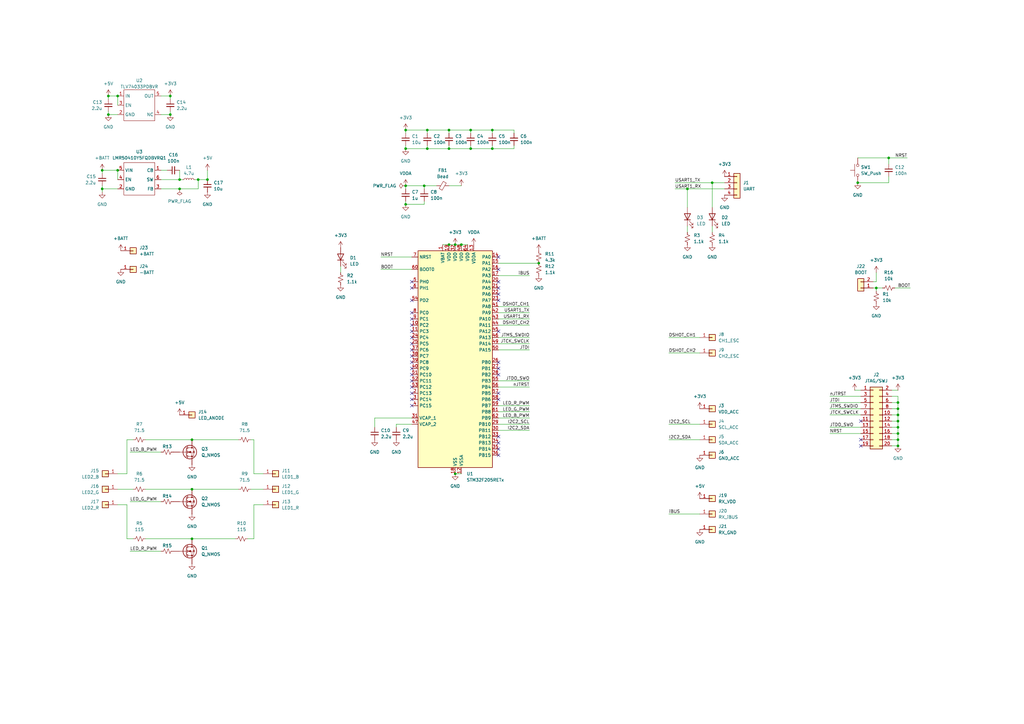
<source format=kicad_sch>
(kicad_sch (version 20250114) (generator "eeschema") (generator_version "9.0")
  (paper "A3")
  (junction (at 166.37 53.34))
  (junction (at 368.3 172.72))
  (junction (at 69.85 46.99))
  (junction (at 193.04 53.34))
  (junction (at 175.26 53.34))
  (junction (at 81.28 73.66))
  (junction (at 186.69 100.33))
  (junction (at 359.41 118.11))
  (junction (at 41.91 77.47))
  (junction (at 281.94 77.47))
  (junction (at 201.93 60.96))
  (junction (at 193.04 60.96))
  (junction (at 184.15 100.33))
  (junction (at 85.09 73.66))
  (junction (at 78.74 200.66))
  (junction (at 166.37 76.2))
  (junction (at 368.3 165.1))
  (junction (at 184.15 60.96))
  (junction (at 364.49 64.77))
  (junction (at 368.3 167.64))
  (junction (at 173.99 76.2))
  (junction (at 41.91 69.85))
  (junction (at 368.3 177.8))
  (junction (at 175.26 60.96))
  (junction (at 48.26 69.85))
  (junction (at 220.98 107.95))
  (junction (at 166.37 83.82))
  (junction (at 69.85 39.37))
  (junction (at 73.66 73.66))
  (junction (at 368.3 175.26))
  (junction (at 78.74 220.98))
  (junction (at 78.74 180.34))
  (junction (at 48.26 39.37))
  (junction (at 44.45 46.99))
  (junction (at 73.66 77.47))
  (junction (at 184.15 53.34))
  (junction (at 351.79 74.93))
  (junction (at 368.3 182.88))
  (junction (at 166.37 60.96))
  (junction (at 201.93 53.34))
  (junction (at 186.69 194.31))
  (junction (at 292.1 74.93))
  (junction (at 368.3 180.34))
  (junction (at 44.45 39.37))
  (junction (at 368.3 170.18))
  (junction (at 189.23 100.33))
  (no_connect (at 204.47 135.89))
  (no_connect (at 204.47 120.65))
  (no_connect (at 204.47 179.07))
  (no_connect (at 168.91 140.97))
  (no_connect (at 168.91 148.59))
  (no_connect (at 168.91 118.11))
  (no_connect (at 204.47 181.61))
  (no_connect (at 168.91 153.67))
  (no_connect (at 353.06 182.88))
  (no_connect (at 168.91 166.37))
  (no_connect (at 204.47 123.19))
  (no_connect (at 168.91 143.51))
  (no_connect (at 204.47 163.83))
  (no_connect (at 204.47 118.11))
  (no_connect (at 204.47 148.59))
  (no_connect (at 168.91 115.57))
  (no_connect (at 204.47 186.69))
  (no_connect (at 204.47 110.49))
  (no_connect (at 204.47 161.29))
  (no_connect (at 204.47 105.41))
  (no_connect (at 168.91 156.21))
  (no_connect (at 168.91 130.81))
  (no_connect (at 168.91 123.19))
  (no_connect (at 168.91 158.75))
  (no_connect (at 204.47 153.67))
  (no_connect (at 204.47 115.57))
  (no_connect (at 168.91 161.29))
  (no_connect (at 168.91 128.27))
  (no_connect (at 168.91 138.43))
  (no_connect (at 353.06 180.34))
  (no_connect (at 168.91 146.05))
  (no_connect (at 204.47 151.13))
  (no_connect (at 353.06 172.72))
  (no_connect (at 168.91 151.13))
  (no_connect (at 168.91 133.35))
  (no_connect (at 204.47 184.15))
  (no_connect (at 168.91 135.89))
  (no_connect (at 168.91 163.83))
  (wire (pts (xy 365.76 182.88) (xy 368.3 182.88)))
  (wire (pts (xy 156.21 110.49) (xy 168.91 110.49)))
  (wire (pts (xy 48.26 39.37) (xy 48.26 43.18)))
  (wire (pts (xy 204.47 168.91) (xy 217.17 168.91)))
  (wire (pts (xy 44.45 46.99) (xy 48.26 46.99)))
  (wire (pts (xy 365.76 172.72) (xy 368.3 172.72)))
  (wire (pts (xy 104.14 194.31) (xy 107.95 194.31)))
  (wire (pts (xy 184.15 53.34) (xy 184.15 54.61)))
  (wire (pts (xy 367.03 118.11) (xy 373.38 118.11)))
  (wire (pts (xy 364.49 64.77) (xy 351.79 64.77)))
  (wire (pts (xy 104.14 207.01) (xy 107.95 207.01)))
  (wire (pts (xy 52.07 220.98) (xy 52.07 207.01)))
  (wire (pts (xy 287.02 144.78) (xy 274.32 144.78)))
  (wire (pts (xy 85.09 69.85) (xy 85.09 73.66)))
  (wire (pts (xy 78.74 180.34) (xy 97.79 180.34)))
  (wire (pts (xy 184.15 76.2) (xy 189.23 76.2)))
  (wire (pts (xy 368.3 180.34) (xy 368.3 182.88)))
  (wire (pts (xy 204.47 130.81) (xy 217.17 130.81)))
  (wire (pts (xy 368.3 160.02) (xy 365.76 160.02)))
  (wire (pts (xy 281.94 85.09) (xy 281.94 77.47)))
  (wire (pts (xy 193.04 53.34) (xy 201.93 53.34)))
  (wire (pts (xy 201.93 60.96) (xy 201.93 59.69)))
  (wire (pts (xy 217.17 138.43) (xy 204.47 138.43)))
  (wire (pts (xy 287.02 138.43) (xy 274.32 138.43)))
  (wire (pts (xy 292.1 74.93) (xy 276.86 74.93)))
  (wire (pts (xy 166.37 53.34) (xy 175.26 53.34)))
  (wire (pts (xy 81.28 73.66) (xy 80.01 73.66)))
  (wire (pts (xy 184.15 53.34) (xy 193.04 53.34)))
  (wire (pts (xy 364.49 72.39) (xy 364.49 74.93)))
  (wire (pts (xy 204.47 171.45) (xy 217.17 171.45)))
  (wire (pts (xy 365.76 177.8) (xy 368.3 177.8)))
  (wire (pts (xy 59.69 220.98) (xy 78.74 220.98)))
  (wire (pts (xy 359.41 118.11) (xy 361.95 118.11)))
  (wire (pts (xy 359.41 111.76) (xy 359.41 115.57)))
  (wire (pts (xy 368.3 177.8) (xy 368.3 180.34)))
  (wire (pts (xy 81.28 77.47) (xy 81.28 73.66)))
  (wire (pts (xy 189.23 100.33) (xy 191.77 100.33)))
  (wire (pts (xy 166.37 76.2) (xy 173.99 76.2)))
  (wire (pts (xy 104.14 180.34) (xy 104.14 194.31)))
  (wire (pts (xy 358.14 118.11) (xy 359.41 118.11)))
  (wire (pts (xy 210.82 54.61) (xy 210.82 53.34)))
  (wire (pts (xy 365.76 162.56) (xy 368.3 162.56)))
  (wire (pts (xy 166.37 60.96) (xy 175.26 60.96)))
  (wire (pts (xy 52.07 180.34) (xy 52.07 194.31)))
  (wire (pts (xy 102.87 200.66) (xy 107.95 200.66)))
  (wire (pts (xy 59.69 180.34) (xy 78.74 180.34)))
  (wire (pts (xy 274.32 180.34) (xy 287.02 180.34)))
  (wire (pts (xy 173.99 76.2) (xy 179.07 76.2)))
  (wire (pts (xy 66.04 185.42) (xy 53.34 185.42)))
  (wire (pts (xy 340.36 177.8) (xy 353.06 177.8)))
  (wire (pts (xy 73.66 77.47) (xy 81.28 77.47)))
  (wire (pts (xy 66.04 73.66) (xy 73.66 73.66)))
  (wire (pts (xy 44.45 45.72) (xy 44.45 46.99)))
  (wire (pts (xy 175.26 60.96) (xy 184.15 60.96)))
  (wire (pts (xy 193.04 53.34) (xy 193.04 54.61)))
  (wire (pts (xy 162.56 175.26) (xy 162.56 173.99)))
  (wire (pts (xy 168.91 171.45) (xy 153.67 171.45)))
  (wire (pts (xy 201.93 53.34) (xy 201.93 54.61)))
  (wire (pts (xy 166.37 60.96) (xy 166.37 59.69)))
  (wire (pts (xy 297.18 74.93) (xy 292.1 74.93)))
  (wire (pts (xy 368.3 172.72) (xy 368.3 175.26)))
  (wire (pts (xy 204.47 113.03) (xy 217.17 113.03)))
  (wire (pts (xy 41.91 76.2) (xy 41.91 77.47)))
  (wire (pts (xy 193.04 60.96) (xy 193.04 59.69)))
  (wire (pts (xy 153.67 171.45) (xy 153.67 175.26)))
  (wire (pts (xy 204.47 128.27) (xy 217.17 128.27)))
  (wire (pts (xy 364.49 64.77) (xy 372.11 64.77)))
  (wire (pts (xy 184.15 100.33) (xy 186.69 100.33)))
  (wire (pts (xy 48.26 194.31) (xy 52.07 194.31)))
  (wire (pts (xy 358.14 115.57) (xy 359.41 115.57)))
  (wire (pts (xy 48.26 69.85) (xy 48.26 73.66)))
  (wire (pts (xy 204.47 166.37) (xy 217.17 166.37)))
  (wire (pts (xy 66.04 205.74) (xy 53.34 205.74)))
  (wire (pts (xy 102.87 180.34) (xy 104.14 180.34)))
  (wire (pts (xy 175.26 53.34) (xy 175.26 54.61)))
  (wire (pts (xy 186.69 100.33) (xy 189.23 100.33)))
  (wire (pts (xy 73.66 69.85) (xy 73.66 73.66)))
  (wire (pts (xy 173.99 76.2) (xy 173.99 77.47)))
  (wire (pts (xy 66.04 39.37) (xy 69.85 39.37)))
  (wire (pts (xy 365.76 167.64) (xy 368.3 167.64)))
  (wire (pts (xy 204.47 125.73) (xy 217.17 125.73)))
  (wire (pts (xy 175.26 60.96) (xy 175.26 59.69)))
  (wire (pts (xy 74.93 73.66) (xy 73.66 73.66)))
  (wire (pts (xy 201.93 60.96) (xy 210.82 60.96)))
  (wire (pts (xy 78.74 200.66) (xy 97.79 200.66)))
  (wire (pts (xy 44.45 39.37) (xy 48.26 39.37)))
  (wire (pts (xy 193.04 60.96) (xy 201.93 60.96)))
  (wire (pts (xy 340.36 162.56) (xy 353.06 162.56)))
  (wire (pts (xy 351.79 74.93) (xy 364.49 74.93)))
  (wire (pts (xy 217.17 176.53) (xy 204.47 176.53)))
  (wire (pts (xy 204.47 133.35) (xy 217.17 133.35)))
  (wire (pts (xy 54.61 180.34) (xy 52.07 180.34)))
  (wire (pts (xy 217.17 143.51) (xy 204.47 143.51)))
  (wire (pts (xy 81.28 73.66) (xy 85.09 73.66)))
  (wire (pts (xy 292.1 74.93) (xy 292.1 85.09)))
  (wire (pts (xy 66.04 77.47) (xy 73.66 77.47)))
  (wire (pts (xy 368.3 167.64) (xy 368.3 170.18)))
  (wire (pts (xy 217.17 173.99) (xy 204.47 173.99)))
  (wire (pts (xy 66.04 226.06) (xy 53.34 226.06)))
  (wire (pts (xy 59.69 200.66) (xy 78.74 200.66)))
  (wire (pts (xy 365.76 180.34) (xy 368.3 180.34)))
  (wire (pts (xy 368.3 170.18) (xy 368.3 172.72)))
  (wire (pts (xy 162.56 173.99) (xy 168.91 173.99)))
  (wire (pts (xy 217.17 156.21) (xy 204.47 156.21)))
  (wire (pts (xy 368.3 175.26) (xy 368.3 177.8)))
  (wire (pts (xy 204.47 158.75) (xy 217.17 158.75)))
  (wire (pts (xy 173.99 83.82) (xy 173.99 82.55)))
  (wire (pts (xy 287.02 210.82) (xy 274.32 210.82)))
  (wire (pts (xy 364.49 64.77) (xy 364.49 67.31)))
  (wire (pts (xy 175.26 53.34) (xy 184.15 53.34)))
  (wire (pts (xy 365.76 175.26) (xy 368.3 175.26)))
  (wire (pts (xy 184.15 60.96) (xy 184.15 59.69)))
  (wire (pts (xy 166.37 53.34) (xy 166.37 54.61)))
  (wire (pts (xy 78.74 220.98) (xy 96.52 220.98)))
  (wire (pts (xy 66.04 46.99) (xy 69.85 46.99)))
  (wire (pts (xy 48.26 200.66) (xy 54.61 200.66)))
  (wire (pts (xy 66.04 69.85) (xy 68.58 69.85)))
  (wire (pts (xy 281.94 77.47) (xy 297.18 77.47)))
  (wire (pts (xy 340.36 175.26) (xy 353.06 175.26)))
  (wire (pts (xy 340.36 170.18) (xy 353.06 170.18)))
  (wire (pts (xy 186.69 194.31) (xy 189.23 194.31)))
  (wire (pts (xy 201.93 53.34) (xy 210.82 53.34)))
  (wire (pts (xy 41.91 77.47) (xy 48.26 77.47)))
  (wire (pts (xy 274.32 173.99) (xy 287.02 173.99)))
  (wire (pts (xy 104.14 220.98) (xy 104.14 207.01)))
  (wire (pts (xy 340.36 165.1) (xy 353.06 165.1)))
  (wire (pts (xy 69.85 39.37) (xy 69.85 40.64)))
  (wire (pts (xy 292.1 95.25) (xy 292.1 92.71)))
  (wire (pts (xy 48.26 207.01) (xy 52.07 207.01)))
  (wire (pts (xy 359.41 119.38) (xy 359.41 118.11)))
  (wire (pts (xy 54.61 220.98) (xy 52.07 220.98)))
  (wire (pts (xy 69.85 46.99) (xy 69.85 45.72)))
  (wire (pts (xy 217.17 140.97) (xy 204.47 140.97)))
  (wire (pts (xy 139.7 109.22) (xy 139.7 111.76)))
  (wire (pts (xy 166.37 83.82) (xy 173.99 83.82)))
  (wire (pts (xy 368.3 162.56) (xy 368.3 165.1)))
  (wire (pts (xy 41.91 71.12) (xy 41.91 69.85)))
  (wire (pts (xy 365.76 165.1) (xy 368.3 165.1)))
  (wire (pts (xy 41.91 69.85) (xy 48.26 69.85)))
  (wire (pts (xy 368.3 165.1) (xy 368.3 167.64)))
  (wire (pts (xy 350.52 160.02) (xy 353.06 160.02)))
  (wire (pts (xy 41.91 78.74) (xy 41.91 77.47)))
  (wire (pts (xy 44.45 39.37) (xy 44.45 40.64)))
  (wire (pts (xy 204.47 107.95) (xy 220.98 107.95)))
  (wire (pts (xy 181.61 100.33) (xy 184.15 100.33)))
  (wire (pts (xy 281.94 95.25) (xy 281.94 92.71)))
  (wire (pts (xy 166.37 77.47) (xy 166.37 76.2)))
  (wire (pts (xy 276.86 77.47) (xy 281.94 77.47)))
  (wire (pts (xy 101.6 220.98) (xy 104.14 220.98)))
  (wire (pts (xy 156.21 105.41) (xy 168.91 105.41)))
  (wire (pts (xy 210.82 59.69) (xy 210.82 60.96)))
  (wire (pts (xy 166.37 83.82) (xy 166.37 82.55)))
  (wire (pts (xy 184.15 60.96) (xy 193.04 60.96)))
  (wire (pts (xy 340.36 167.64) (xy 353.06 167.64)))
  (wire (pts (xy 365.76 170.18) (xy 368.3 170.18)))
  (label "DSHOT_CH2" (at 274.32 144.78 0))
  (label "I2C2_SDA" (at 274.32 180.34 0))
  (label "nJTRST" (at 340.36 162.56 0))
  (label "NRST" (at 372.11 64.77 180))
  (label "JTMS_SWDIO" (at 217.17 138.43 180))
  (label "LED_R_PWM" (at 53.34 226.06 0))
  (label "NRST" (at 340.36 177.8 0))
  (label "I2C2_SCL" (at 274.32 173.99 0))
  (label "I2C2_SDA" (at 217.17 176.53 180))
  (label "LED_R_PWM" (at 217.17 166.37 180))
  (label "LED_B_PWM" (at 53.34 185.42 0))
  (label "iBUS" (at 274.32 210.82 0))
  (label "JTCK_SWCLK" (at 340.36 170.18 0))
  (label "iBUS" (at 217.17 113.03 180))
  (label "LED_G_PWM" (at 53.34 205.74 0))
  (label "JTCK_SWCLK" (at 217.17 140.97 180))
  (label "USART1_RX" (at 217.17 130.81 180))
  (label "JTMS_SWDIO" (at 340.36 167.64 0))
  (label "LED_G_PWM" (at 217.17 168.91 180))
  (label "BOOT" (at 373.38 118.11 180))
  (label "DSHOT_CH1" (at 217.17 125.73 180))
  (label "NRST" (at 156.21 105.41 0))
  (label "nJTRST" (at 217.17 158.75 180))
  (label "DSHOT_CH1" (at 274.32 138.43 0))
  (label "I2C2_SCL" (at 217.17 173.99 180))
  (label "BOOT" (at 156.21 110.49 0))
  (label "JTDO_SWO" (at 217.17 156.21 180))
  (label "JTDO_SWO" (at 340.36 175.26 0))
  (label "JTDI" (at 217.17 143.51 180))
  (label "LED_B_PWM" (at 217.17 171.45 180))
  (label "USART1_TX" (at 276.86 74.93 0))
  (label "USART1_TX" (at 217.17 128.27 180))
  (label "JTDI" (at 340.36 165.1 0))
  (label "DSHOT_CH2" (at 217.17 133.35 180))
  (label "USART1_RX" (at 276.86 77.47 0))
  (symbol (lib_id "power:+5V") (at 44.45 39.37 0) (unit 1)
    (property "Reference" "#PWR036" (effects (hide yes)))
    (property "Value" "+5V" (at 44.45 34.29 0))
    (property "Description" "Power symbol creates a global label with name \"+5V\"" (effects (hide yes)))
  )
  (symbol (lib_id "power:GND") (at 162.56 180.34 0) (unit 1)
    (property "Reference" "#PWR09" (effects (hide yes)))
    (property "Value" "GND" (at 162.56 185.42 0))
    (property "Description" "Power symbol creates a global label with name \"GND\" , ground" (effects (hide yes)))
  )
  (symbol (lib_id "power:+3V3") (at 297.18 72.39 0) (unit 1)
    (property "Reference" "#PWR18" (effects (hide yes)))
    (property "Value" "+3V3" (at 297.18 67.31 0))
    (property "Description" "Power symbol creates a global label with name \"+3V3\"" (effects (hide yes)))
  )
  (symbol (lib_id "power:GND") (at 220.98 113.03 0) (unit 1)
    (property "Reference" "#PWR032" (effects (hide yes)))
    (property "Value" "GND" (at 220.98 118.11 0))
    (property "Description" "Power symbol creates a global label with name \"GND\" , ground" (effects (hide yes)))
  )
  (symbol (lib_id "Device:R_Small_US") (at 281.94 97.79 180) (unit 1)
    (property "Reference" "R3" (at 284.48 96.5199 0) (effects (justify right)))
    (property "Value" "1.1k" (at 284.48 99.0599 0) (effects (justify right)))
    (property "Footprint" "Resistor_SMD:R_0603_1608Metric_Pad0.98x0.95mm_HandSolder" (effects (hide yes)))
    (property "Description" "Resistor, small US symbol" (effects (hide yes)))
  )
  (symbol (lib_id "Device:C_Small") (at 173.99 80.01 0) (unit 1)
    (property "Reference" "C8" (at 176.53 78.7462 0) (effects (justify left)))
    (property "Value" "100n" (at 176.53 81.2862 0) (effects (justify left)))
    (property "Footprint" "Capacitor_SMD:C_0603_1608Metric_Pad1.08x0.95mm_HandSolder" (effects (hide yes)))
    (property "Description" "Unpolarized capacitor, small symbol" (effects (hide yes)))
  )
  (symbol (lib_id "power:GND") (at 139.7 116.84 0) (unit 1)
    (property "Reference" "#PWR012" (effects (hide yes)))
    (property "Value" "GND" (at 139.7 121.92 0))
    (property "Description" "Power symbol creates a global label with name \"GND\" , ground" (effects (hide yes)))
  )
  (symbol (lib_id "Device:C_Small") (at 162.56 177.8 0) (unit 1)
    (property "Reference" "C9" (at 165.1 176.5362 0) (effects (justify left)))
    (property "Value" "2.2u" (at 165.1 179.0762 0) (effects (justify left)))
    (property "Footprint" "Capacitor_SMD:C_0603_1608Metric_Pad1.08x0.95mm_HandSolder" (effects (hide yes)))
    (property "Description" "Unpolarized capacitor, small symbol" (effects (hide yes)))
  )
  (symbol (lib_id "Device:C_Small") (at 201.93 57.15 0) (unit 1)
    (property "Reference" "C5" (at 204.47 55.8862 0) (effects (justify left)))
    (property "Value" "100n" (at 204.47 58.4262 0) (effects (justify left)))
    (property "Footprint" "Capacitor_SMD:C_0603_1608Metric_Pad1.08x0.95mm_HandSolder" (effects (hide yes)))
    (property "Description" "Unpolarized capacitor, small symbol" (effects (hide yes)))
  )
  (symbol (lib_id "power:+3V3") (at 359.41 111.76 0) (unit 1)
    (property "Reference" "#PWR15" (effects (hide yes)))
    (property "Value" "+3V3" (at 359.41 106.68 0))
    (property "Description" "Power symbol creates a global label with name \"+3V3\"" (effects (hide yes)))
  )
  (symbol (lib_id "Connector_Generic:Conn_01x01") (at 292.1 210.82 0) (unit 1)
    (property "Reference" "J20" (at 294.64 209.5499 0) (effects (justify left)))
    (property "Value" "RX_iBUS" (at 294.64 212.0899 0) (effects (justify left)))
    (property "Footprint" "TestPoint:TestPoint_Pad_4.0x4.0mm" (effects (hide yes)))
    (property "Description" "Generic connector, single row, 01x01, script generated (kicad-library-utils/schlib/autogen/connector/)" (effects (hide yes)))
  )
  (symbol (lib_id "power:+BATT") (at 41.91 69.85 0) (unit 1)
    (property "Reference" "#PWR039" (effects (hide yes)))
    (property "Value" "+BATT" (at 41.91 64.77 0))
    (property "Description" "Power symbol creates a global label with name \"+BATT\"" (effects (hide yes)))
  )
  (symbol (lib_id "power:GND") (at 287.02 186.69 0) (unit 1)
    (property "Reference" "#PWR029" (effects (hide yes)))
    (property "Value" "GND" (at 287.02 191.77 0))
    (property "Description" "Power symbol creates a global label with name \"GND\" , ground" (effects (hide yes)))
  )
  (symbol (lib_id "power:GND") (at 78.74 190.5 0) (unit 1)
    (property "Reference" "#PWR028" (effects (hide yes)))
    (property "Value" "GND" (at 78.74 195.58 0))
    (property "Description" "Power symbol creates a global label with name \"GND\" , ground" (effects (hide yes)))
  )
  (symbol (lib_id "Connector_Generic:Conn_01x01") (at 78.74 170.18 0) (unit 1)
    (property "Reference" "J14" (at 81.28 168.9099 0) (effects (justify left)))
    (property "Value" "LED_ANODE" (at 81.28 171.4499 0) (effects (justify left)))
    (property "Footprint" "TestPoint:TestPoint_Pad_4.0x4.0mm" (effects (hide yes)))
    (property "Description" "Generic connector, single row, 01x01, script generated (kicad-library-utils/schlib/autogen/connector/)" (effects (hide yes)))
  )
  (symbol (lib_id "Device:R_Small_US") (at 99.06 220.98 270) (unit 1)
    (property "Reference" "R10" (at 99.06 214.63 90))
    (property "Value" "115" (at 99.06 217.17 90))
    (property "Footprint" "Resistor_SMD:R_0603_1608Metric_Pad0.98x0.95mm_HandSolder" (effects (hide yes)))
    (property "Description" "Resistor, small US symbol" (effects (hide yes)))
  )
  (symbol (lib_id "MCU_ST_STM32F2:STM32F205RETx") (at 186.69 148.59 0) (unit 1)
    (property "Reference" "U1" (at 191.3733 194.31 0) (effects (justify left)))
    (property "Value" "STM32F205RETx" (at 191.3733 196.85 0) (effects (justify left)))
    (property "Footprint" "Package_QFP:LQFP-64_10x10mm_P0.5mm" (effects (hide yes)))
    (property "Datasheet" "https://www.st.com/resource/en/datasheet/stm32f205re.pdf" (effects (hide yes)))
    (property "Description" "STMicroelectronics Arm Cortex-M3 MCU, 512KB flash, 128KB RAM, 120 MHz, 1.8-3.6V, 51 GPIO, LQFP64" (effects (hide yes)))
  )
  (symbol (lib_id "Device:C_Small") (at 85.09 76.2 0) (unit 1)
    (property "Reference" "C17" (at 87.63 74.9362 0) (effects (justify left)))
    (property "Value" "10u" (at 87.63 77.4762 0) (effects (justify left)))
    (property "Footprint" "Capacitor_SMD:C_0603_1608Metric_Pad1.08x0.95mm_HandSolder" (effects (hide yes)))
    (property "Description" "Unpolarized capacitor, small symbol" (effects (hide yes)))
  )
  (symbol (lib_id "Connector_Generic:Conn_01x01") (at 292.1 186.69 0) (unit 1)
    (property "Reference" "J6" (at 294.64 185.4199 0) (effects (justify left)))
    (property "Value" "GND_ACC" (at 294.64 187.9599 0) (effects (justify left)))
    (property "Footprint" "TestPoint:TestPoint_Pad_4.0x4.0mm" (effects (hide yes)))
    (property "Description" "Generic connector, single row, 01x01, script generated (kicad-library-utils/schlib/autogen/connector/)" (effects (hide yes)))
  )
  (symbol (lib_id "Connector_Generic:Conn_01x01") (at 292.1 180.34 0) (unit 1)
    (property "Reference" "J5" (at 294.64 179.0699 0) (effects (justify left)))
    (property "Value" "SDA_ACC" (at 294.64 181.6099 0) (effects (justify left)))
    (property "Footprint" "TestPoint:TestPoint_Pad_4.0x4.0mm" (effects (hide yes)))
    (property "Description" "Generic connector, single row, 01x01, script generated (kicad-library-utils/schlib/autogen/connector/)" (effects (hide yes)))
  )
  (symbol (lib_id "Device:C_Small") (at 175.26 57.15 0) (unit 1)
    (property "Reference" "C2" (at 177.8 55.8862 0) (effects (justify left)))
    (property "Value" "100n" (at 177.8 58.4262 0) (effects (justify left)))
    (property "Footprint" "Capacitor_SMD:C_0603_1608Metric_Pad1.08x0.95mm_HandSolder" (effects (hide yes)))
    (property "Description" "Unpolarized capacitor, small symbol" (effects (hide yes)))
  )
  (symbol (lib_id "power:GND") (at 153.67 180.34 0) (unit 1)
    (property "Reference" "#PWR010" (effects (hide yes)))
    (property "Value" "GND" (at 153.67 185.42 0))
    (property "Description" "Power symbol creates a global label with name \"GND\" , ground" (effects (hide yes)))
  )
  (symbol (lib_id "Connector_Generic:Conn_01x01") (at 113.03 207.01 0) (unit 1)
    (property "Reference" "J13" (at 115.57 205.7399 0) (effects (justify left)))
    (property "Value" "LED1_R" (at 115.57 208.2799 0) (effects (justify left)))
    (property "Footprint" "TestPoint:TestPoint_Pad_4.0x4.0mm" (effects (hide yes)))
    (property "Description" "Generic connector, single row, 01x01, script generated (kicad-library-utils/schlib/autogen/connector/)" (effects (hide yes)))
  )
  (symbol (lib_id "power:GND") (at 85.09 78.74 0) (unit 1)
    (property "Reference" "#PWR044" (effects (hide yes)))
    (property "Value" "GND" (at 85.09 83.82 0))
    (property "Description" "Power symbol creates a global label with name \"GND\" , ground" (effects (hide yes)))
  )
  (symbol (lib_id "Device:R_Small_US") (at 68.58 205.74 270) (unit 1)
    (property "Reference" "R14" (at 68.58 203.454 90))
    (property "Value" "~" (at 68.58 203.2 90))
    (property "Footprint" "Resistor_SMD:R_0603_1608Metric_Pad0.98x0.95mm_HandSolder" (effects (hide yes)))
    (property "Description" "Resistor, small US symbol" (effects (hide yes)))
  )
  (symbol (lib_id "Connector_Generic:Conn_01x01") (at 292.1 204.47 0) (unit 1)
    (property "Reference" "J19" (at 294.64 203.1999 0) (effects (justify left)))
    (property "Value" "RX_VDD" (at 294.64 205.7399 0) (effects (justify left)))
    (property "Footprint" "TestPoint:TestPoint_Pad_4.0x4.0mm" (effects (hide yes)))
    (property "Description" "Generic connector, single row, 01x01, script generated (kicad-library-utils/schlib/autogen/connector/)" (effects (hide yes)))
  )
  (symbol (lib_id "power:+3V3") (at 189.23 76.2 0) (unit 1)
    (property "Reference" "#PWR8" (effects (hide yes)))
    (property "Value" "+3V3" (at 189.23 71.12 0))
    (property "Description" "Power symbol creates a global label with name \"+3V3\"" (effects (hide yes)))
  )
  (symbol (lib_id "power:GND") (at 78.74 231.14 0) (unit 1)
    (property "Reference" "#PWR026" (effects (hide yes)))
    (property "Value" "GND" (at 78.74 236.22 0))
    (property "Description" "Power symbol creates a global label with name \"GND\" , ground" (effects (hide yes)))
  )
  (symbol (lib_id "Device:FerriteBead_Small") (at 181.61 76.2 90) (unit 1)
    (property "Reference" "FB1" (at 181.5719 69.85 90))
    (property "Value" "Bead" (at 181.5719 72.39 90))
    (property "Footprint" "Inductor_SMD:L_0603_1608Metric_Pad1.05x0.95mm_HandSolder" (effects (hide yes)))
    (property "Description" "Ferrite bead, small symbol" (effects (hide yes)))
  )
  (symbol (lib_id "Connector_Generic:Conn_02x10_Odd_Even") (at 358.14 170.18 0) (unit 1)
    (property "Reference" "J2" (at 359.41 153.67 0))
    (property "Value" "JTAG/SWJ" (at 359.41 156.21 0))
    (property "Footprint" "Connector_Wuerth:Wuerth_WR-BHD_61202021621_P2.54mm_Vertical" (effects (hide yes)))
    (property "Description" "Generic connector, double row, 02x10, odd/even pin numbering scheme (row 1 odd numbers, row 2 even numbers), script generated (kicad-library-utils/schlib/autogen/connector/)" (effects (hide yes)))
  )
  (symbol (lib_id "power:PWR_FLAG") (at 73.66 77.47 180) (unit 1)
    (property "Reference" "#FLG01" (effects (hide yes)))
    (property "Value" "PWR_FLAG" (at 73.66 82.55 0))
    (property "Description" "Special symbol for telling ERC where power comes from" (effects (hide yes)))
  )
  (symbol (lib_id "Device:R_Small_US") (at 364.49 118.11 270) (unit 1)
    (property "Reference" "R16" (at 364.49 111.76 90))
    (property "Value" "10k" (at 364.49 114.3 90))
    (property "Footprint" "Resistor_SMD:R_0603_1608Metric_Pad0.98x0.95mm_HandSolder" (effects (hide yes)))
    (property "Description" "Resistor, small US symbol" (effects (hide yes)))
  )
  (symbol (lib_id "Connector_Generic:Conn_01x01") (at 43.18 207.01 0) (mirror y) (unit 1)
    (property "Reference" "J17" (at 40.64 205.7399 0) (effects (justify left)))
    (property "Value" "LED2_R" (at 40.64 208.2799 0) (effects (justify left)))
    (property "Footprint" "TestPoint:TestPoint_Pad_4.0x4.0mm" (effects (hide yes)))
    (property "Description" "Generic connector, single row, 01x01, script generated (kicad-library-utils/schlib/autogen/connector/)" (effects (hide yes)))
  )
  (symbol (lib_id "power:GND") (at 359.41 124.46 0) (unit 1)
    (property "Reference" "#PWR016" (effects (hide yes)))
    (property "Value" "GND" (at 359.41 129.54 0))
    (property "Description" "Power symbol creates a global label with name \"GND\" , ground" (effects (hide yes)))
  )
  (symbol (lib_id "Device:C_Small") (at 184.15 57.15 0) (unit 1)
    (property "Reference" "C3" (at 186.69 55.8862 0) (effects (justify left)))
    (property "Value" "100n" (at 186.69 58.4262 0) (effects (justify left)))
    (property "Footprint" "Capacitor_SMD:C_0603_1608Metric_Pad1.08x0.95mm_HandSolder" (effects (hide yes)))
    (property "Description" "Unpolarized capacitor, small symbol" (effects (hide yes)))
  )
  (symbol (lib_id "power:+5V") (at 85.09 69.85 0) (unit 1)
    (property "Reference" "#PWR040" (effects (hide yes)))
    (property "Value" "+5V" (at 85.09 64.77 0))
    (property "Description" "Power symbol creates a global label with name \"+5V\"" (effects (hide yes)))
  )
  (symbol (lib_id "Connector_Generic:Conn_01x01") (at 54.61 102.87 0) (unit 1)
    (property "Reference" "J23" (at 57.15 101.5999 0) (effects (justify left)))
    (property "Value" "+BATT" (at 57.15 104.1399 0) (effects (justify left)))
    (property "Footprint" "TestPoint:TestPoint_Pad_4.0x4.0mm" (effects (hide yes)))
    (property "Description" "Generic connector, single row, 01x01, script generated (kicad-library-utils/schlib/autogen/connector/)" (effects (hide yes)))
  )
  (symbol (lib_id "power:GND") (at 166.37 83.82 0) (unit 1)
    (property "Reference" "#PWR07" (effects (hide yes)))
    (property "Value" "GND" (at 166.37 88.9 0))
    (property "Description" "Power symbol creates a global label with name \"GND\" , ground" (effects (hide yes)))
  )
  (symbol (lib_id "Device:R_Small_US") (at 359.41 121.92 180) (unit 1)
    (property "Reference" "R1" (at 361.95 120.6499 0) (effects (justify right)))
    (property "Value" "10k" (at 361.95 123.1899 0) (effects (justify right)))
    (property "Footprint" "Resistor_SMD:R_0603_1608Metric_Pad0.98x0.95mm_HandSolder" (effects (hide yes)))
    (property "Description" "Resistor, small US symbol" (effects (hide yes)))
  )
  (symbol (lib_id "Device:C_Small") (at 166.37 80.01 0) (unit 1)
    (property "Reference" "C7" (at 168.91 78.7462 0) (effects (justify left)))
    (property "Value" "1u" (at 168.91 81.2862 0) (effects (justify left)))
    (property "Footprint" "Capacitor_SMD:C_0603_1608Metric_Pad1.08x0.95mm_HandSolder" (effects (hide yes)))
    (property "Description" "Unpolarized capacitor, small symbol" (effects (hide yes)))
  )
  (symbol (lib_id "power:+3V3") (at 350.52 160.02 0) (unit 1)
    (property "Reference" "#PWR19" (effects (hide yes)))
    (property "Value" "+3V3" (at 350.52 154.94 0))
    (property "Description" "Power symbol creates a global label with name \"+3V3\"" (effects (hide yes)))
  )
  (symbol (lib_id "Device:R_Small_US") (at 139.7 114.3 180) (unit 1)
    (property "Reference" "R2" (at 142.24 113.0299 0) (effects (justify right)))
    (property "Value" "1.1k" (at 142.24 115.5699 0) (effects (justify right)))
    (property "Footprint" "Resistor_SMD:R_0603_1608Metric_Pad0.98x0.95mm_HandSolder" (effects (hide yes)))
    (property "Description" "Resistor, small US symbol" (effects (hide yes)))
  )
  (symbol (lib_id "Device:LED") (at 292.1 88.9 90) (unit 1)
    (property "Reference" "D2" (at 295.91 89.2174 90) (effects (justify right)))
    (property "Value" "LED" (at 295.91 91.7574 90) (effects (justify right)))
    (property "Footprint" "Diode_SMD:D_0603_1608Metric_Pad1.05x0.95mm_HandSolder" (effects (hide yes)))
    (property "Description" "Light emitting diode" (effects (hide yes)))
  )
  (symbol (lib_id "power:GND") (at 69.85 46.99 0) (unit 1)
    (property "Reference" "#PWR042" (effects (hide yes)))
    (property "Value" "GND" (at 69.85 52.07 0))
    (property "Description" "Power symbol creates a global label with name \"GND\" , ground" (effects (hide yes)))
  )
  (symbol (lib_id "Device:L_Small") (at 77.47 73.66 90) (unit 1)
    (property "Reference" "L1" (at 77.47 68.58 90))
    (property "Value" "4.7u" (at 77.47 71.12 90))
    (property "Footprint" "Inductor_SMD:L_1008_2520Metric_Pad1.43x2.20mm_HandSolder" (effects (hide yes)))
    (property "Description" "Inductor, small symbol" (effects (hide yes)))
  )
  (symbol (lib_id "Device:R_Small_US") (at 220.98 105.41 180) (unit 1)
    (property "Reference" "R11" (at 223.52 104.1399 0) (effects (justify right)))
    (property "Value" "4.3k" (at 223.52 106.6799 0) (effects (justify right)))
    (property "Footprint" "Resistor_SMD:R_0603_1608Metric_Pad0.98x0.95mm_HandSolder" (effects (hide yes)))
    (property "Description" "Resistor, small US symbol" (effects (hide yes)))
  )
  (symbol (lib_id "power:+5V") (at 287.02 204.47 0) (unit 1)
    (property "Reference" "#PWR034" (effects (hide yes)))
    (property "Value" "+5V" (at 287.02 199.39 0))
    (property "Description" "Power symbol creates a global label with name \"+5V\"" (effects (hide yes)))
  )
  (symbol (lib_id "Connector_Generic:Conn_01x01") (at 292.1 138.43 0) (unit 1)
    (property "Reference" "J8" (at 294.64 137.1599 0) (effects (justify left)))
    (property "Value" "CH1_ESC" (at 294.64 139.6999 0) (effects (justify left)))
    (property "Footprint" "TestPoint:TestPoint_Pad_4.0x4.0mm" (effects (hide yes)))
    (property "Description" "Generic connector, single row, 01x01, script generated (kicad-library-utils/schlib/autogen/connector/)" (effects (hide yes)))
  )
  (symbol (lib_name "Q_NMOS_1") (lib_id "Device:Q_NMOS") (at 76.2 226.06 0) (unit 1)
    (property "Reference" "Q1" (at 82.55 224.7899 0) (effects (justify left)))
    (property "Value" "Q_NMOS" (at 82.55 227.3299 0) (effects (justify left)))
    (property "Footprint" "Package_TO_SOT_SMD:SOT-23" (effects (hide yes)))
    (property "Description" "N-MOSFET transistor" (effects (hide yes)))
  )
  (symbol (lib_id "power:GND") (at 351.79 74.93 0) (unit 1)
    (property "Reference" "#PWR014" (effects (hide yes)))
    (property "Value" "GND" (at 351.79 80.01 0))
    (property "Description" "Power symbol creates a global label with name \"GND\" , ground" (effects (hide yes)))
  )
  (symbol (lib_id "power:GND") (at 49.53 110.49 0) (unit 1)
    (property "Reference" "#PWR048" (effects (hide yes)))
    (property "Value" "GND" (at 49.53 115.57 0))
    (property "Description" "Power symbol creates a global label with name \"GND\" , ground" (effects (hide yes)))
  )
  (symbol (lib_id "power:+3V3") (at 287.02 167.64 0) (unit 1)
    (property "Reference" "#PWR25" (effects (hide yes)))
    (property "Value" "+3V3" (at 287.02 162.56 0))
    (property "Description" "Power symbol creates a global label with name \"+3V3\"" (effects (hide yes)))
  )
  (symbol (lib_id "Device:R_Small_US") (at 100.33 180.34 270) (unit 1)
    (property "Reference" "R8" (at 100.33 173.99 90))
    (property "Value" "71.5" (at 100.33 176.53 90))
    (property "Footprint" "Resistor_SMD:R_0603_1608Metric_Pad0.98x0.95mm_HandSolder" (effects (hide yes)))
    (property "Description" "Resistor, small US symbol" (effects (hide yes)))
  )
  (symbol (lib_id "power:GND") (at 41.91 78.74 0) (unit 1)
    (property "Reference" "#PWR043" (effects (hide yes)))
    (property "Value" "GND" (at 41.91 83.82 0))
    (property "Description" "Power symbol creates a global label with name \"GND\" , ground" (effects (hide yes)))
  )
  (symbol (lib_id "power:GND") (at 297.18 80.01 0) (unit 1)
    (property "Reference" "#PWR017" (effects (hide yes)))
    (property "Value" "GND" (at 297.18 85.09 0))
    (property "Description" "Power symbol creates a global label with name \"GND\" , ground" (effects (hide yes)))
  )
  (symbol (lib_id "power:GND") (at 44.45 46.99 0) (unit 1)
    (property "Reference" "#PWR037" (effects (hide yes)))
    (property "Value" "GND" (at 44.45 52.07 0))
    (property "Description" "Power symbol creates a global label with name \"GND\" , ground" (effects (hide yes)))
  )
  (symbol (lib_id "power:GND") (at 78.74 210.82 0) (unit 1)
    (property "Reference" "#PWR027" (effects (hide yes)))
    (property "Value" "GND" (at 78.74 215.9 0))
    (property "Description" "Power symbol creates a global label with name \"GND\" , ground" (effects (hide yes)))
  )
  (symbol (lib_id "Connector_Generic:Conn_01x01") (at 292.1 144.78 0) (unit 1)
    (property "Reference" "J9" (at 294.64 143.5099 0) (effects (justify left)))
    (property "Value" "CH2_ESC" (at 294.64 146.0499 0) (effects (justify left)))
    (property "Footprint" "TestPoint:TestPoint_Pad_4.0x4.0mm" (effects (hide yes)))
    (property "Description" "Generic connector, single row, 01x01, script generated (kicad-library-utils/schlib/autogen/connector/)" (effects (hide yes)))
  )
  (symbol (lib_id "Device:C_Small") (at 41.91 73.66 0) (mirror y) (unit 1)
    (property "Reference" "C15" (at 39.37 72.3962 0) (effects (justify left)))
    (property "Value" "2.2u" (at 39.37 74.9362 0) (effects (justify left)))
    (property "Footprint" "Capacitor_SMD:C_0603_1608Metric_Pad1.08x0.95mm_HandSolder" (effects (hide yes)))
    (property "Description" "Unpolarized capacitor, small symbol" (effects (hide yes)))
  )
  (symbol (lib_name "Q_NMOS_1") (lib_id "Device:Q_NMOS") (at 76.2 205.74 0) (unit 1)
    (property "Reference" "Q2" (at 82.55 204.4699 0) (effects (justify left)))
    (property "Value" "Q_NMOS" (at 82.55 207.0099 0) (effects (justify left)))
    (property "Footprint" "Package_TO_SOT_SMD:SOT-23" (effects (hide yes)))
    (property "Description" "N-MOSFET transistor" (effects (hide yes)))
  )
  (symbol (lib_id "Device:C_Small") (at 364.49 69.85 0) (unit 1)
    (property "Reference" "C12" (at 367.03 68.5862 0) (effects (justify left)))
    (property "Value" "100n" (at 367.03 71.1262 0) (effects (justify left)))
    (property "Footprint" "Capacitor_SMD:C_0603_1608Metric_Pad1.08x0.95mm_HandSolder" (effects (hide yes)))
    (property "Description" "Unpolarized capacitor, small symbol" (effects (hide yes)))
  )
  (symbol (lib_id "Connector_Generic:Conn_01x01") (at 292.1 173.99 0) (unit 1)
    (property "Reference" "J4" (at 294.64 172.7199 0) (effects (justify left)))
    (property "Value" "SCL_ACC" (at 294.64 175.2599 0) (effects (justify left)))
    (property "Footprint" "TestPoint:TestPoint_Pad_4.0x4.0mm" (effects (hide yes)))
    (property "Description" "Generic connector, single row, 01x01, script generated (kicad-library-utils/schlib/autogen/connector/)" (effects (hide yes)))
  )
  (symbol (lib_id "power:+3V3") (at 186.69 100.33 0) (unit 1)
    (property "Reference" "#PWR1" (effects (hide yes)))
    (property "Value" "+3V3" (at 186.69 95.25 0))
    (property "Description" "Power symbol creates a global label with name \"+3V3\"" (effects (hide yes)))
  )
  (symbol (lib_id "power:VDDA") (at 194.31 100.33 0) (unit 1)
    (property "Reference" "#PWR031" (effects (hide yes)))
    (property "Value" "VDDA" (at 194.31 95.25 0))
    (property "Description" "Power symbol creates a global label with name \"VDDA\"" (effects (hide yes)))
  )
  (symbol (lib_id "Connector_Generic:Conn_01x04") (at 302.26 74.93 0) (unit 1)
    (property "Reference" "J1" (at 304.8 74.9299 0) (effects (justify left)))
    (property "Value" "UART" (at 304.8 77.4699 0) (effects (justify left)))
    (property "Footprint" "Connector_PinHeader_2.54mm:PinHeader_1x04_P2.54mm_Vertical" (effects (hide yes)))
    (property "Description" "Generic connector, single row, 01x04, script generated (kicad-library-utils/schlib/autogen/connector/)" (effects (hide yes)))
  )
  (symbol (lib_id "Device:R_Small_US") (at 292.1 97.79 180) (unit 1)
    (property "Reference" "R4" (at 294.64 96.5199 0) (effects (justify right)))
    (property "Value" "1.1k" (at 294.64 99.0599 0) (effects (justify right)))
    (property "Footprint" "Resistor_SMD:R_0603_1608Metric_Pad0.98x0.95mm_HandSolder" (effects (hide yes)))
    (property "Description" "Resistor, small US symbol" (effects (hide yes)))
  )
  (symbol (lib_id "Device:R_Small_US") (at 57.15 220.98 270) (unit 1)
    (property "Reference" "R5" (at 57.15 214.63 90))
    (property "Value" "115" (at 57.15 217.17 90))
    (property "Footprint" "Resistor_SMD:R_0603_1608Metric_Pad0.98x0.95mm_HandSolder" (effects (hide yes)))
    (property "Description" "Resistor, small US symbol" (effects (hide yes)))
  )
  (symbol (lib_id "power:GND") (at 166.37 60.96 0) (unit 1)
    (property "Reference" "#PWR05" (effects (hide yes)))
    (property "Value" "GND" (at 166.37 66.04 0))
    (property "Description" "Power symbol creates a global label with name \"GND\" , ground" (effects (hide yes)))
  )
  (symbol (lib_id "power:GND") (at 287.02 217.17 0) (unit 1)
    (property "Reference" "#PWR035" (effects (hide yes)))
    (property "Value" "GND" (at 287.02 222.25 0))
    (property "Description" "Power symbol creates a global label with name \"GND\" , ground" (effects (hide yes)))
  )
  (symbol (lib_id "Regulator_Switching:LMR50410Y5FQDBVRQ1") (at 57.15 71.12 0) (unit 1)
    (property "Reference" "U3" (at 57.15 62.23 0))
    (property "Value" "LMR50410Y5FQDBVRQ1" (at 57.15 64.77 0))
    (property "Footprint" "Package_TO_SOT_SMD:SOT-23-6_Handsoldering" (effects (hide yes)))
  )
  (symbol (lib_id "power:PWR_FLAG") (at 166.37 76.2 90) (unit 1)
    (property "Reference" "#FLG02" (effects (hide yes)))
    (property "Value" "PWR_FLAG" (at 162.56 76.1999 90) (effects (justify left)))
    (property "Description" "Special symbol for telling ERC where power comes from" (effects (hide yes)))
  )
  (symbol (lib_id "power:GND") (at 292.1 100.33 0) (unit 1)
    (property "Reference" "#PWR022" (effects (hide yes)))
    (property "Value" "GND" (at 292.1 105.41 0))
    (property "Description" "Power symbol creates a global label with name \"GND\" , ground" (effects (hide yes)))
  )
  (symbol (lib_id "Device:C_Small") (at 153.67 177.8 0) (unit 1)
    (property "Reference" "C10" (at 156.21 176.5362 0) (effects (justify left)))
    (property "Value" "2.2u" (at 156.21 179.0762 0) (effects (justify left)))
    (property "Footprint" "Capacitor_SMD:C_0603_1608Metric_Pad1.08x0.95mm_HandSolder" (effects (hide yes)))
    (property "Description" "Unpolarized capacitor, small symbol" (effects (hide yes)))
  )
  (symbol (lib_id "Connector_Generic:Conn_01x01") (at 292.1 217.17 0) (unit 1)
    (property "Reference" "J21" (at 294.64 215.8999 0) (effects (justify left)))
    (property "Value" "RX_GND" (at 294.64 218.4399 0) (effects (justify left)))
    (property "Footprint" "TestPoint:TestPoint_Pad_4.0x4.0mm" (effects (hide yes)))
    (property "Description" "Generic connector, single row, 01x01, script generated (kicad-library-utils/schlib/autogen/connector/)" (effects (hide yes)))
  )
  (symbol (lib_id "power:VDDA") (at 166.37 76.2 0) (unit 1)
    (property "Reference" "#PWR024" (effects (hide yes)))
    (property "Value" "VDDA" (at 166.37 71.12 0))
    (property "Description" "Power symbol creates a global label with name \"VDDA\"" (effects (hide yes)))
  )
  (symbol (lib_id "Switch:SW_Push") (at 351.79 69.85 90) (unit 1)
    (property "Reference" "SW1" (at 353.06 68.5799 90) (effects (justify right)))
    (property "Value" "SW_Push" (at 353.06 71.1199 90) (effects (justify right)))
    (property "Footprint" "Button_Switch_THT:SW_PUSH_6mm" (effects (hide yes)))
    (property "Description" "Push button switch, generic, two pins" (effects (hide yes)))
  )
  (symbol (lib_id "Device:C_Small") (at 210.82 57.15 180) (unit 1)
    (property "Reference" "C6" (at 213.36 55.8735 0) (effects (justify right)))
    (property "Value" "100n" (at 213.36 58.4135 0) (effects (justify right)))
    (property "Footprint" "Capacitor_SMD:C_0603_1608Metric_Pad1.08x0.95mm_HandSolder" (effects (hide yes)))
    (property "Description" "Unpolarized capacitor, small symbol" (effects (hide yes)))
  )
  (symbol (lib_id "Connector_Generic:Conn_01x01") (at 292.1 167.64 0) (unit 1)
    (property "Reference" "J3" (at 294.64 166.3699 0) (effects (justify left)))
    (property "Value" "VDD_ACC" (at 294.64 168.9099 0) (effects (justify left)))
    (property "Footprint" "TestPoint:TestPoint_Pad_4.0x4.0mm" (effects (hide yes)))
    (property "Description" "Generic connector, single row, 01x01, script generated (kicad-library-utils/schlib/autogen/connector/)" (effects (hide yes)))
  )
  (symbol (lib_id "Device:R_Small_US") (at 57.15 200.66 270) (unit 1)
    (property "Reference" "R6" (at 57.15 194.31 90))
    (property "Value" "71.5" (at 57.15 196.85 90))
    (property "Footprint" "Resistor_SMD:R_0603_1608Metric_Pad0.98x0.95mm_HandSolder" (effects (hide yes)))
    (property "Description" "Resistor, small US symbol" (effects (hide yes)))
  )
  (symbol (lib_id "power:+BATT") (at 220.98 102.87 0) (unit 1)
    (property "Reference" "#PWR033" (effects (hide yes)))
    (property "Value" "+BATT" (at 220.98 97.79 0))
    (property "Description" "Power symbol creates a global label with name \"+BATT\"" (effects (hide yes)))
  )
  (symbol (lib_id "Device:C_Small") (at 69.85 43.18 0) (unit 1)
    (property "Reference" "C14" (at 72.39 41.9162 0) (effects (justify left)))
    (property "Value" "2.2u" (at 72.39 44.4562 0) (effects (justify left)))
    (property "Footprint" "Capacitor_SMD:C_0603_1608Metric_Pad1.08x0.95mm_HandSolder" (effects (hide yes)))
    (property "Description" "Unpolarized capacitor, small symbol" (effects (hide yes)))
  )
  (symbol (lib_id "Device:R_Small_US") (at 68.58 185.42 270) (unit 1)
    (property "Reference" "R13" (at 68.58 183.134 90))
    (property "Value" "~" (at 68.58 182.88 90))
    (property "Footprint" "Resistor_SMD:R_0603_1608Metric_Pad0.98x0.95mm_HandSolder" (effects (hide yes)))
    (property "Description" "Resistor, small US symbol" (effects (hide yes)))
  )
  (symbol (lib_id "Device:C_Small") (at 166.37 57.15 0) (unit 1)
    (property "Reference" "C1" (at 168.91 55.8862 0) (effects (justify left)))
    (property "Value" "10u" (at 168.91 58.4262 0) (effects (justify left)))
    (property "Footprint" "Capacitor_SMD:C_0603_1608Metric_Pad1.08x0.95mm_HandSolder" (effects (hide yes)))
    (property "Description" "Unpolarized capacitor, small symbol" (effects (hide yes)))
  )
  (symbol (lib_id "Regulator_Linear:TLV74033PDBVR") (at 57.15 43.18 0) (unit 1)
    (property "Reference" "U2" (at 57.15 33.02 0))
    (property "Value" "TLV74033PDBVR" (at 57.15 35.56 0))
    (property "Footprint" "Package_TO_SOT_SMD:SOT-23-5" (effects (hide yes)))
  )
  (symbol (lib_id "power:+3V3") (at 368.3 160.02 0) (unit 1)
    (property "Reference" "#PWR20" (effects (hide yes)))
    (property "Value" "+3V3" (at 368.3 154.94 0))
    (property "Description" "Power symbol creates a global label with name \"+3V3\"" (effects (hide yes)))
  )
  (symbol (lib_id "power:+BATT") (at 49.53 102.87 0) (unit 1)
    (property "Reference" "#PWR047" (effects (hide yes)))
    (property "Value" "+BATT" (at 49.53 97.79 0))
    (property "Description" "Power symbol creates a global label with name \"+BATT\"" (effects (hide yes)))
  )
  (symbol (lib_id "Device:R_Small_US") (at 220.98 110.49 180) (unit 1)
    (property "Reference" "R12" (at 223.52 109.2199 0) (effects (justify right)))
    (property "Value" "1.1k" (at 223.52 111.7599 0) (effects (justify right)))
    (property "Footprint" "Resistor_SMD:R_0603_1608Metric_Pad0.98x0.95mm_HandSolder" (effects (hide yes)))
    (property "Description" "Resistor, small US symbol" (effects (hide yes)))
  )
  (symbol (lib_id "Connector_Generic:Conn_01x01") (at 43.18 194.31 0) (mirror y) (unit 1)
    (property "Reference" "J15" (at 40.64 193.0399 0) (effects (justify left)))
    (property "Value" "LED2_B" (at 40.64 195.5799 0) (effects (justify left)))
    (property "Footprint" "TestPoint:TestPoint_Pad_4.0x4.0mm" (effects (hide yes)))
    (property "Description" "Generic connector, single row, 01x01, script generated (kicad-library-utils/schlib/autogen/connector/)" (effects (hide yes)))
  )
  (symbol (lib_id "power:GND") (at 186.69 194.31 0) (unit 1)
    (property "Reference" "#PWR03" (effects (hide yes)))
    (property "Value" "GND" (at 186.69 199.39 0))
    (property "Description" "Power symbol creates a global label with name \"GND\" , ground" (effects (hide yes)))
  )
  (symbol (lib_id "power:+3V3") (at 69.85 39.37 0) (unit 1)
    (property "Reference" "#PWR038" (effects (hide yes)))
    (property "Value" "+3V3" (at 69.85 34.29 0))
    (property "Description" "Power symbol creates a global label with name \"+3V3\"" (effects (hide yes)))
  )
  (symbol (lib_name "Q_NMOS_1") (lib_id "Device:Q_NMOS") (at 76.2 185.42 0) (unit 1)
    (property "Reference" "Q3" (at 82.55 184.1499 0) (effects (justify left)))
    (property "Value" "Q_NMOS" (at 82.55 186.6899 0) (effects (justify left)))
    (property "Footprint" "Package_TO_SOT_SMD:SOT-23" (effects (hide yes)))
    (property "Description" "N-MOSFET transistor" (effects (hide yes)))
  )
  (symbol (lib_id "Connector_Generic:Conn_01x01") (at 54.61 110.49 0) (unit 1)
    (property "Reference" "J24" (at 57.15 109.2199 0) (effects (justify left)))
    (property "Value" "-BATT" (at 57.15 111.7599 0) (effects (justify left)))
    (property "Footprint" "TestPoint:TestPoint_Pad_4.0x4.0mm" (effects (hide yes)))
    (property "Description" "Generic connector, single row, 01x01, script generated (kicad-library-utils/schlib/autogen/connector/)" (effects (hide yes)))
  )
  (symbol (lib_id "power:+3V3") (at 166.37 53.34 0) (unit 1)
    (property "Reference" "#PWR4" (effects (hide yes)))
    (property "Value" "+3V3" (at 166.37 48.26 0))
    (property "Description" "Power symbol creates a global label with name \"+3V3\"" (effects (hide yes)))
  )
  (symbol (lib_id "power:GND") (at 368.3 182.88 0) (unit 1)
    (property "Reference" "#PWR021" (effects (hide yes)))
    (property "Value" "GND" (at 368.3 187.96 0))
    (property "Description" "Power symbol creates a global label with name \"GND\" , ground" (effects (hide yes)))
  )
  (symbol (lib_id "Device:R_Small_US") (at 57.15 180.34 270) (unit 1)
    (property "Reference" "R7" (at 57.15 173.99 90))
    (property "Value" "71.5" (at 57.15 176.53 90))
    (property "Footprint" "Resistor_SMD:R_0603_1608Metric_Pad0.98x0.95mm_HandSolder" (effects (hide yes)))
    (property "Description" "Resistor, small US symbol" (effects (hide yes)))
  )
  (symbol (lib_id "Connector_Generic:Conn_01x01") (at 43.18 200.66 0) (mirror y) (unit 1)
    (property "Reference" "J16" (at 40.64 199.3899 0) (effects (justify left)))
    (property "Value" "LED2_G" (at 40.64 201.9299 0) (effects (justify left)))
    (property "Footprint" "TestPoint:TestPoint_Pad_4.0x4.0mm" (effects (hide yes)))
    (property "Description" "Generic connector, single row, 01x01, script generated (kicad-library-utils/schlib/autogen/connector/)" (effects (hide yes)))
  )
  (symbol (lib_id "Device:C_Small") (at 44.45 43.18 0) (mirror y) (unit 1)
    (property "Reference" "C13" (at 41.91 41.9162 0) (effects (justify left)))
    (property "Value" "2.2u" (at 41.91 44.4562 0) (effects (justify left)))
    (property "Footprint" "Capacitor_SMD:C_0603_1608Metric_Pad1.08x0.95mm_HandSolder" (effects (hide yes)))
    (property "Description" "Unpolarized capacitor, small symbol" (effects (hide yes)))
  )
  (symbol (lib_id "Device:C_Small") (at 193.04 57.15 0) (unit 1)
    (property "Reference" "C4" (at 195.58 55.8862 0) (effects (justify left)))
    (property "Value" "100n" (at 195.58 58.4262 0) (effects (justify left)))
    (property "Footprint" "Capacitor_SMD:C_0603_1608Metric_Pad1.08x0.95mm_HandSolder" (effects (hide yes)))
    (property "Description" "Unpolarized capacitor, small symbol" (effects (hide yes)))
  )
  (symbol (lib_id "power:GND") (at 281.94 100.33 0) (unit 1)
    (property "Reference" "#PWR013" (effects (hide yes)))
    (property "Value" "GND" (at 281.94 105.41 0))
    (property "Description" "Power symbol creates a global label with name \"GND\" , ground" (effects (hide yes)))
  )
  (symbol (lib_id "Device:LED") (at 281.94 88.9 90) (unit 1)
    (property "Reference" "D3" (at 285.75 89.2174 90) (effects (justify right)))
    (property "Value" "LED" (at 285.75 91.7574 90) (effects (justify right)))
    (property "Footprint" "Diode_SMD:D_0603_1608Metric_Pad1.05x0.95mm_HandSolder" (effects (hide yes)))
    (property "Description" "Light emitting diode" (effects (hide yes)))
  )
  (symbol (lib_id "Connector_Generic:Conn_01x01") (at 113.03 200.66 0) (unit 1)
    (property "Reference" "J12" (at 115.57 199.3899 0) (effects (justify left)))
    (property "Value" "LED1_G" (at 115.57 201.9299 0) (effects (justify left)))
    (property "Footprint" "TestPoint:TestPoint_Pad_4.0x4.0mm" (effects (hide yes)))
    (property "Description" "Generic connector, single row, 01x01, script generated (kicad-library-utils/schlib/autogen/connector/)" (effects (hide yes)))
  )
  (symbol (lib_id "Device:LED") (at 139.7 105.41 90) (unit 1)
    (property "Reference" "D1" (at 143.51 105.7274 90) (effects (justify right)))
    (property "Value" "LED" (at 143.51 108.2674 90) (effects (justify right)))
    (property "Footprint" "Diode_SMD:D_0603_1608Metric_Pad1.05x0.95mm_HandSolder" (effects (hide yes)))
    (property "Description" "Light emitting diode" (effects (hide yes)))
  )
  (symbol (lib_id "Connector_Generic:Conn_01x01") (at 113.03 194.31 0) (unit 1)
    (property "Reference" "J11" (at 115.57 193.0399 0) (effects (justify left)))
    (property "Value" "LED1_B" (at 115.57 195.5799 0) (effects (justify left)))
    (property "Footprint" "TestPoint:TestPoint_Pad_4.0x4.0mm" (effects (hide yes)))
    (property "Description" "Generic connector, single row, 01x01, script generated (kicad-library-utils/schlib/autogen/connector/)" (effects (hide yes)))
  )
  (symbol (lib_id "Device:R_Small_US") (at 68.58 226.06 270) (unit 1)
    (property "Reference" "R15" (at 68.58 223.774 90))
    (property "Value" "~" (at 68.58 223.52 90))
    (property "Footprint" "Resistor_SMD:R_0603_1608Metric_Pad0.98x0.95mm_HandSolder" (effects (hide yes)))
    (property "Description" "Resistor, small US symbol" (effects (hide yes)))
  )
  (symbol (lib_id "Connector_Generic:Conn_01x02") (at 353.06 118.11 180) (unit 1)
    (property "Reference" "J22" (at 353.06 109.22 0))
    (property "Value" "BOOT" (at 353.06 111.76 0))
    (property "Footprint" "Connector_PinHeader_2.54mm:PinHeader_1x02_P2.54mm_Vertical" (effects (hide yes)))
    (property "Description" "Generic connector, single row, 01x02, script generated (kicad-library-utils/schlib/autogen/connector/)" (effects (hide yes)))
  )
  (symbol (lib_id "power:+5V") (at 73.66 170.18 0) (unit 1)
    (property "Reference" "#PWR06" (effects (hide yes)))
    (property "Value" "+5V" (at 73.66 165.1 0))
    (property "Description" "Power symbol creates a global label with name \"+5V\"" (effects (hide yes)))
  )
  (symbol (lib_id "Device:C_Small") (at 71.12 69.85 90) (unit 1)
    (property "Reference" "C16" (at 71.1263 63.5 90))
    (property "Value" "100n" (at 71.1263 66.04 90))
    (property "Footprint" "Capacitor_SMD:C_0603_1608Metric_Pad1.08x0.95mm_HandSolder" (effects (hide yes)))
    (property "Description" "Unpolarized capacitor, small symbol" (effects (hide yes)))
  )
  (symbol (lib_id "power:+3V3") (at 139.7 101.6 0) (unit 1)
    (property "Reference" "#PWR11" (effects (hide yes)))
    (property "Value" "+3V3" (at 139.7 96.52 0))
    (property "Description" "Power symbol creates a global label with name \"+3V3\"" (effects (hide yes)))
  )
  (symbol (lib_id "Device:R_Small_US") (at 100.33 200.66 270) (unit 1)
    (property "Reference" "R9" (at 100.33 194.31 90))
    (property "Value" "71.5" (at 100.33 196.85 90))
    (property "Footprint" "Resistor_SMD:R_0603_1608Metric_Pad0.98x0.95mm_HandSolder" (effects (hide yes)))
    (property "Description" "Resistor, small US symbol" (effects (hide yes)))
  )
)
</source>
